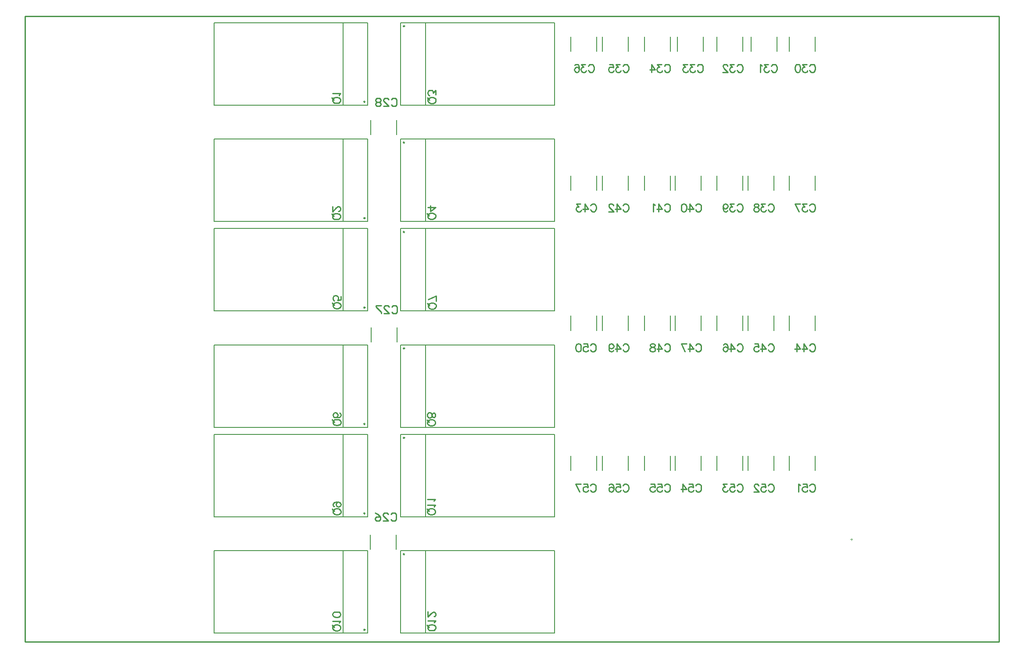
<source format=gbo>
G04 Layer_Color=32896*
%FSLAX44Y44*%
%MOMM*%
G71*
G01*
G75*
%ADD13C,0.2540*%
%ADD18C,0.1000*%
%ADD33C,0.2000*%
%ADD51C,0.2500*%
D13*
X1090917Y301109D02*
X1091642Y302560D01*
X1093093Y304011D01*
X1094544Y304737D01*
X1097447D01*
X1098898Y304011D01*
X1100349Y302560D01*
X1101075Y301109D01*
X1101800Y298932D01*
Y295304D01*
X1101075Y293128D01*
X1100349Y291677D01*
X1098898Y290226D01*
X1097447Y289500D01*
X1094544D01*
X1093093Y290226D01*
X1091642Y291677D01*
X1090917Y293128D01*
X1077929Y304737D02*
X1085185D01*
X1085910Y298207D01*
X1085185Y298932D01*
X1083008Y299658D01*
X1080831D01*
X1078655Y298932D01*
X1077204Y297481D01*
X1076478Y295304D01*
Y293853D01*
X1077204Y291677D01*
X1078655Y290226D01*
X1080831Y289500D01*
X1083008D01*
X1085185Y290226D01*
X1085910Y290951D01*
X1086636Y292402D01*
X1062910Y304737D02*
X1070166Y289500D01*
X1073068Y304737D02*
X1062910D01*
X1153701Y301109D02*
X1154426Y302560D01*
X1155878Y304011D01*
X1157329Y304737D01*
X1160231D01*
X1161682Y304011D01*
X1163133Y302560D01*
X1163859Y301109D01*
X1164584Y298932D01*
Y295305D01*
X1163859Y293128D01*
X1163133Y291677D01*
X1161682Y290226D01*
X1160231Y289500D01*
X1157329D01*
X1155878Y290226D01*
X1154426Y291677D01*
X1153701Y293128D01*
X1140713Y304737D02*
X1147969D01*
X1148695Y298207D01*
X1147969Y298932D01*
X1145792Y299658D01*
X1143616D01*
X1141439Y298932D01*
X1139988Y297481D01*
X1139262Y295305D01*
Y293853D01*
X1139988Y291677D01*
X1141439Y290226D01*
X1143616Y289500D01*
X1145792D01*
X1147969Y290226D01*
X1148695Y290951D01*
X1149420Y292402D01*
X1127145Y302560D02*
X1127871Y304011D01*
X1130048Y304737D01*
X1131499D01*
X1133676Y304011D01*
X1135127Y301835D01*
X1135852Y298207D01*
Y294579D01*
X1135127Y291677D01*
X1133676Y290226D01*
X1131499Y289500D01*
X1130773D01*
X1128596Y290226D01*
X1127145Y291677D01*
X1126420Y293853D01*
Y294579D01*
X1127145Y296756D01*
X1128596Y298207D01*
X1130773Y298932D01*
X1131499D01*
X1133676Y298207D01*
X1135127Y296756D01*
X1135852Y294579D01*
X1233957Y301109D02*
X1234682Y302560D01*
X1236133Y304011D01*
X1237585Y304737D01*
X1240487D01*
X1241938Y304011D01*
X1243389Y302560D01*
X1244115Y301109D01*
X1244840Y298932D01*
Y295305D01*
X1244115Y293128D01*
X1243389Y291677D01*
X1241938Y290226D01*
X1240487Y289500D01*
X1237585D01*
X1236133Y290226D01*
X1234682Y291677D01*
X1233957Y293128D01*
X1220969Y304737D02*
X1228225D01*
X1228951Y298207D01*
X1228225Y298932D01*
X1226048Y299658D01*
X1223872D01*
X1221695Y298932D01*
X1220244Y297481D01*
X1219518Y295305D01*
Y293853D01*
X1220244Y291677D01*
X1221695Y290226D01*
X1223872Y289500D01*
X1226048D01*
X1228225Y290226D01*
X1228951Y290951D01*
X1229676Y292402D01*
X1207401Y304737D02*
X1214657D01*
X1215383Y298207D01*
X1214657Y298932D01*
X1212480Y299658D01*
X1210304D01*
X1208127Y298932D01*
X1206676Y297481D01*
X1205950Y295305D01*
Y293853D01*
X1206676Y291677D01*
X1208127Y290226D01*
X1210304Y289500D01*
X1212480D01*
X1214657Y290226D01*
X1215383Y290951D01*
X1216108Y292402D01*
X1294155Y301109D02*
X1294880Y302560D01*
X1296331Y304011D01*
X1297783Y304737D01*
X1300685D01*
X1302136Y304011D01*
X1303587Y302560D01*
X1304313Y301109D01*
X1305038Y298932D01*
Y295305D01*
X1304313Y293128D01*
X1303587Y291677D01*
X1302136Y290226D01*
X1300685Y289500D01*
X1297783D01*
X1296331Y290226D01*
X1294880Y291677D01*
X1294155Y293128D01*
X1281167Y304737D02*
X1288423D01*
X1289149Y298207D01*
X1288423Y298932D01*
X1286246Y299658D01*
X1284070D01*
X1281893Y298932D01*
X1280442Y297481D01*
X1279716Y295305D01*
Y293853D01*
X1280442Y291677D01*
X1281893Y290226D01*
X1284070Y289500D01*
X1286246D01*
X1288423Y290226D01*
X1289149Y290951D01*
X1289874Y292402D01*
X1269051Y304737D02*
X1276306Y294579D01*
X1265423D01*
X1269051Y304737D02*
Y289500D01*
X1374165Y301109D02*
X1374890Y302560D01*
X1376342Y304011D01*
X1377793Y304737D01*
X1380695D01*
X1382146Y304011D01*
X1383597Y302560D01*
X1384323Y301109D01*
X1385048Y298932D01*
Y295305D01*
X1384323Y293128D01*
X1383597Y291677D01*
X1382146Y290226D01*
X1380695Y289500D01*
X1377793D01*
X1376342Y290226D01*
X1374890Y291677D01*
X1374165Y293128D01*
X1361177Y304737D02*
X1368433D01*
X1369158Y298207D01*
X1368433Y298932D01*
X1366256Y299658D01*
X1364080D01*
X1361903Y298932D01*
X1360452Y297481D01*
X1359726Y295305D01*
Y293853D01*
X1360452Y291677D01*
X1361903Y290226D01*
X1364080Y289500D01*
X1366256D01*
X1368433Y290226D01*
X1369158Y290951D01*
X1369884Y292402D01*
X1354865Y304737D02*
X1346884D01*
X1351237Y298932D01*
X1349061D01*
X1347609Y298207D01*
X1346884Y297481D01*
X1346158Y295305D01*
Y293853D01*
X1346884Y291677D01*
X1348335Y290226D01*
X1350512Y289500D01*
X1352688D01*
X1354865Y290226D01*
X1355591Y290951D01*
X1356316Y292402D01*
X1434109Y301109D02*
X1434834Y302560D01*
X1436286Y304011D01*
X1437737Y304737D01*
X1440639D01*
X1442090Y304011D01*
X1443541Y302560D01*
X1444267Y301109D01*
X1444992Y298932D01*
Y295305D01*
X1444267Y293128D01*
X1443541Y291677D01*
X1442090Y290226D01*
X1440639Y289500D01*
X1437737D01*
X1436286Y290226D01*
X1434834Y291677D01*
X1434109Y293128D01*
X1421121Y304737D02*
X1428377D01*
X1429102Y298207D01*
X1428377Y298932D01*
X1426200Y299658D01*
X1424024D01*
X1421847Y298932D01*
X1420396Y297481D01*
X1419670Y295305D01*
Y293853D01*
X1420396Y291677D01*
X1421847Y290226D01*
X1424024Y289500D01*
X1426200D01*
X1428377Y290226D01*
X1429102Y290951D01*
X1429828Y292402D01*
X1415535Y301109D02*
Y301835D01*
X1414809Y303286D01*
X1414084Y304011D01*
X1412632Y304737D01*
X1409730D01*
X1408279Y304011D01*
X1407553Y303286D01*
X1406828Y301835D01*
Y300383D01*
X1407553Y298932D01*
X1409005Y296756D01*
X1416260Y289500D01*
X1406102D01*
X1514119Y301109D02*
X1514844Y302560D01*
X1516295Y304011D01*
X1517747Y304737D01*
X1520649D01*
X1522100Y304011D01*
X1523551Y302560D01*
X1524277Y301109D01*
X1525002Y298932D01*
Y295305D01*
X1524277Y293128D01*
X1523551Y291677D01*
X1522100Y290226D01*
X1520649Y289500D01*
X1517747D01*
X1516295Y290226D01*
X1514844Y291677D01*
X1514119Y293128D01*
X1501131Y304737D02*
X1508387D01*
X1509113Y298207D01*
X1508387Y298932D01*
X1506210Y299658D01*
X1504034D01*
X1501857Y298932D01*
X1500406Y297481D01*
X1499680Y295305D01*
Y293853D01*
X1500406Y291677D01*
X1501857Y290226D01*
X1504034Y289500D01*
X1506210D01*
X1508387Y290226D01*
X1509113Y290951D01*
X1509838Y292402D01*
X1496270Y301835D02*
X1494819Y302560D01*
X1492642Y304737D01*
Y289500D01*
X1090917Y571909D02*
X1091642Y573360D01*
X1093093Y574811D01*
X1094544Y575537D01*
X1097447D01*
X1098898Y574811D01*
X1100349Y573360D01*
X1101075Y571909D01*
X1101800Y569732D01*
Y566105D01*
X1101075Y563928D01*
X1100349Y562477D01*
X1098898Y561026D01*
X1097447Y560300D01*
X1094544D01*
X1093093Y561026D01*
X1091642Y562477D01*
X1090917Y563928D01*
X1077929Y575537D02*
X1085185D01*
X1085910Y569007D01*
X1085185Y569732D01*
X1083008Y570458D01*
X1080831D01*
X1078655Y569732D01*
X1077204Y568281D01*
X1076478Y566105D01*
Y564653D01*
X1077204Y562477D01*
X1078655Y561026D01*
X1080831Y560300D01*
X1083008D01*
X1085185Y561026D01*
X1085910Y561751D01*
X1086636Y563202D01*
X1068715Y575537D02*
X1070891Y574811D01*
X1072342Y572635D01*
X1073068Y569007D01*
Y566830D01*
X1072342Y563202D01*
X1070891Y561026D01*
X1068715Y560300D01*
X1067263D01*
X1065087Y561026D01*
X1063636Y563202D01*
X1062910Y566830D01*
Y569007D01*
X1063636Y572635D01*
X1065087Y574811D01*
X1067263Y575537D01*
X1068715D01*
X1153701Y571909D02*
X1154426Y573360D01*
X1155878Y574811D01*
X1157329Y575537D01*
X1160231D01*
X1161682Y574811D01*
X1163133Y573360D01*
X1163859Y571909D01*
X1164584Y569732D01*
Y566105D01*
X1163859Y563928D01*
X1163133Y562477D01*
X1161682Y561026D01*
X1160231Y560300D01*
X1157329D01*
X1155878Y561026D01*
X1154426Y562477D01*
X1153701Y563928D01*
X1142165Y575537D02*
X1149420Y565379D01*
X1138537D01*
X1142165Y575537D02*
Y560300D01*
X1126420Y570458D02*
X1127145Y568281D01*
X1128596Y566830D01*
X1130773Y566105D01*
X1131499D01*
X1133676Y566830D01*
X1135127Y568281D01*
X1135852Y570458D01*
Y571183D01*
X1135127Y573360D01*
X1133676Y574811D01*
X1131499Y575537D01*
X1130773D01*
X1128596Y574811D01*
X1127145Y573360D01*
X1126420Y570458D01*
Y566830D01*
X1127145Y563202D01*
X1128596Y561026D01*
X1130773Y560300D01*
X1132224D01*
X1134401Y561026D01*
X1135127Y562477D01*
X1233957Y571909D02*
X1234682Y573360D01*
X1236133Y574811D01*
X1237585Y575537D01*
X1240487D01*
X1241938Y574811D01*
X1243389Y573360D01*
X1244115Y571909D01*
X1244840Y569732D01*
Y566105D01*
X1244115Y563928D01*
X1243389Y562477D01*
X1241938Y561026D01*
X1240487Y560300D01*
X1237585D01*
X1236133Y561026D01*
X1234682Y562477D01*
X1233957Y563928D01*
X1222421Y575537D02*
X1229676Y565379D01*
X1218793D01*
X1222421Y575537D02*
Y560300D01*
X1212480Y575537D02*
X1214657Y574811D01*
X1215383Y573360D01*
Y571909D01*
X1214657Y570458D01*
X1213206Y569732D01*
X1210304Y569007D01*
X1208127Y568281D01*
X1206676Y566830D01*
X1205950Y565379D01*
Y563202D01*
X1206676Y561751D01*
X1207401Y561026D01*
X1209578Y560300D01*
X1212480D01*
X1214657Y561026D01*
X1215383Y561751D01*
X1216108Y563202D01*
Y565379D01*
X1215383Y566830D01*
X1213932Y568281D01*
X1211755Y569007D01*
X1208852Y569732D01*
X1207401Y570458D01*
X1206676Y571909D01*
Y573360D01*
X1207401Y574811D01*
X1209578Y575537D01*
X1212480D01*
X1294155Y571909D02*
X1294880Y573360D01*
X1296331Y574811D01*
X1297783Y575537D01*
X1300685D01*
X1302136Y574811D01*
X1303587Y573360D01*
X1304313Y571909D01*
X1305038Y569732D01*
Y566105D01*
X1304313Y563928D01*
X1303587Y562477D01*
X1302136Y561026D01*
X1300685Y560300D01*
X1297783D01*
X1296331Y561026D01*
X1294880Y562477D01*
X1294155Y563928D01*
X1282619Y575537D02*
X1289874Y565379D01*
X1278991D01*
X1282619Y575537D02*
Y560300D01*
X1266148Y575537D02*
X1273404Y560300D01*
X1276306Y575537D02*
X1266148D01*
X1374165Y571909D02*
X1374890Y573360D01*
X1376342Y574811D01*
X1377793Y575537D01*
X1380695D01*
X1382146Y574811D01*
X1383597Y573360D01*
X1384323Y571909D01*
X1385048Y569732D01*
Y566105D01*
X1384323Y563928D01*
X1383597Y562477D01*
X1382146Y561026D01*
X1380695Y560300D01*
X1377793D01*
X1376342Y561026D01*
X1374890Y562477D01*
X1374165Y563928D01*
X1362628Y575537D02*
X1369884Y565379D01*
X1359001D01*
X1362628Y575537D02*
Y560300D01*
X1347609Y573360D02*
X1348335Y574811D01*
X1350512Y575537D01*
X1351963D01*
X1354140Y574811D01*
X1355591Y572635D01*
X1356316Y569007D01*
Y565379D01*
X1355591Y562477D01*
X1354140Y561026D01*
X1351963Y560300D01*
X1351237D01*
X1349061Y561026D01*
X1347609Y562477D01*
X1346884Y564653D01*
Y565379D01*
X1347609Y567556D01*
X1349061Y569007D01*
X1351237Y569732D01*
X1351963D01*
X1354140Y569007D01*
X1355591Y567556D01*
X1356316Y565379D01*
X1514119Y571909D02*
X1514844Y573360D01*
X1516295Y574811D01*
X1517747Y575537D01*
X1520649D01*
X1522100Y574811D01*
X1523551Y573360D01*
X1524277Y571909D01*
X1525002Y569732D01*
Y566105D01*
X1524277Y563928D01*
X1523551Y562477D01*
X1522100Y561026D01*
X1520649Y560300D01*
X1517747D01*
X1516295Y561026D01*
X1514844Y562477D01*
X1514119Y563928D01*
X1502583Y575537D02*
X1509838Y565379D01*
X1498955D01*
X1502583Y575537D02*
Y560300D01*
X1489014Y575537D02*
X1496270Y565379D01*
X1485387D01*
X1489014Y575537D02*
Y560300D01*
X1091517Y842209D02*
X1092242Y843660D01*
X1093693Y845111D01*
X1095144Y845837D01*
X1098047D01*
X1099498Y845111D01*
X1100949Y843660D01*
X1101674Y842209D01*
X1102400Y840032D01*
Y836404D01*
X1101674Y834228D01*
X1100949Y832777D01*
X1099498Y831326D01*
X1098047Y830600D01*
X1095144D01*
X1093693Y831326D01*
X1092242Y832777D01*
X1091517Y834228D01*
X1079980Y845837D02*
X1087236Y835679D01*
X1076352D01*
X1079980Y845837D02*
Y830600D01*
X1072217Y845837D02*
X1064236D01*
X1068589Y840032D01*
X1066412D01*
X1064961Y839307D01*
X1064236Y838581D01*
X1063510Y836404D01*
Y834953D01*
X1064236Y832777D01*
X1065687Y831326D01*
X1067863Y830600D01*
X1070040D01*
X1072217Y831326D01*
X1072942Y832051D01*
X1073668Y833502D01*
X1153701Y842209D02*
X1154426Y843660D01*
X1155878Y845111D01*
X1157329Y845837D01*
X1160231D01*
X1161682Y845111D01*
X1163133Y843660D01*
X1163859Y842209D01*
X1164584Y840032D01*
Y836404D01*
X1163859Y834228D01*
X1163133Y832777D01*
X1161682Y831326D01*
X1160231Y830600D01*
X1157329D01*
X1155878Y831326D01*
X1154426Y832777D01*
X1153701Y834228D01*
X1142165Y845837D02*
X1149420Y835679D01*
X1138537D01*
X1142165Y845837D02*
Y830600D01*
X1135127Y842209D02*
Y842934D01*
X1134401Y844386D01*
X1133676Y845111D01*
X1132224Y845837D01*
X1129322D01*
X1127871Y845111D01*
X1127145Y844386D01*
X1126420Y842934D01*
Y841483D01*
X1127145Y840032D01*
X1128596Y837856D01*
X1135852Y830600D01*
X1125694D01*
X1233957Y842209D02*
X1234682Y843660D01*
X1236133Y845111D01*
X1237585Y845837D01*
X1240487D01*
X1241938Y845111D01*
X1243389Y843660D01*
X1244115Y842209D01*
X1244840Y840032D01*
Y836404D01*
X1244115Y834228D01*
X1243389Y832777D01*
X1241938Y831326D01*
X1240487Y830600D01*
X1237585D01*
X1236133Y831326D01*
X1234682Y832777D01*
X1233957Y834228D01*
X1222421Y845837D02*
X1229676Y835679D01*
X1218793D01*
X1222421Y845837D02*
Y830600D01*
X1216108Y842934D02*
X1214657Y843660D01*
X1212480Y845837D01*
Y830600D01*
X1294155Y842209D02*
X1294880Y843660D01*
X1296331Y845111D01*
X1297783Y845837D01*
X1300685D01*
X1302136Y845111D01*
X1303587Y843660D01*
X1304313Y842209D01*
X1305038Y840032D01*
Y836404D01*
X1304313Y834228D01*
X1303587Y832777D01*
X1302136Y831326D01*
X1300685Y830600D01*
X1297783D01*
X1296331Y831326D01*
X1294880Y832777D01*
X1294155Y834228D01*
X1282619Y845837D02*
X1289874Y835679D01*
X1278991D01*
X1282619Y845837D02*
Y830600D01*
X1271953Y845837D02*
X1274129Y845111D01*
X1275581Y842934D01*
X1276306Y839307D01*
Y837130D01*
X1275581Y833502D01*
X1274129Y831326D01*
X1271953Y830600D01*
X1270502D01*
X1268325Y831326D01*
X1266874Y833502D01*
X1266148Y837130D01*
Y839307D01*
X1266874Y842934D01*
X1268325Y845111D01*
X1270502Y845837D01*
X1271953D01*
X1374165Y842209D02*
X1374890Y843660D01*
X1376342Y845111D01*
X1377793Y845837D01*
X1380695D01*
X1382146Y845111D01*
X1383597Y843660D01*
X1384323Y842209D01*
X1385048Y840032D01*
Y836404D01*
X1384323Y834228D01*
X1383597Y832777D01*
X1382146Y831326D01*
X1380695Y830600D01*
X1377793D01*
X1376342Y831326D01*
X1374890Y832777D01*
X1374165Y834228D01*
X1368433Y845837D02*
X1360452D01*
X1364805Y840032D01*
X1362628D01*
X1361177Y839307D01*
X1360452Y838581D01*
X1359726Y836404D01*
Y834953D01*
X1360452Y832777D01*
X1361903Y831326D01*
X1364080Y830600D01*
X1366256D01*
X1368433Y831326D01*
X1369158Y832051D01*
X1369884Y833502D01*
X1346884Y840758D02*
X1347609Y838581D01*
X1349061Y837130D01*
X1351237Y836404D01*
X1351963D01*
X1354140Y837130D01*
X1355591Y838581D01*
X1356316Y840758D01*
Y841483D01*
X1355591Y843660D01*
X1354140Y845111D01*
X1351963Y845837D01*
X1351237D01*
X1349061Y845111D01*
X1347609Y843660D01*
X1346884Y840758D01*
Y837130D01*
X1347609Y833502D01*
X1349061Y831326D01*
X1351237Y830600D01*
X1352688D01*
X1354865Y831326D01*
X1355591Y832777D01*
X1434109Y842209D02*
X1434834Y843660D01*
X1436286Y845111D01*
X1437737Y845837D01*
X1440639D01*
X1442090Y845111D01*
X1443541Y843660D01*
X1444267Y842209D01*
X1444992Y840032D01*
Y836404D01*
X1444267Y834228D01*
X1443541Y832777D01*
X1442090Y831326D01*
X1440639Y830600D01*
X1437737D01*
X1436286Y831326D01*
X1434834Y832777D01*
X1434109Y834228D01*
X1428377Y845837D02*
X1420396D01*
X1424749Y840032D01*
X1422572D01*
X1421121Y839307D01*
X1420396Y838581D01*
X1419670Y836404D01*
Y834953D01*
X1420396Y832777D01*
X1421847Y831326D01*
X1424024Y830600D01*
X1426200D01*
X1428377Y831326D01*
X1429102Y832051D01*
X1429828Y833502D01*
X1412632Y845837D02*
X1414809Y845111D01*
X1415535Y843660D01*
Y842209D01*
X1414809Y840758D01*
X1413358Y840032D01*
X1410456Y839307D01*
X1408279Y838581D01*
X1406828Y837130D01*
X1406102Y835679D01*
Y833502D01*
X1406828Y832051D01*
X1407553Y831326D01*
X1409730Y830600D01*
X1412632D01*
X1414809Y831326D01*
X1415535Y832051D01*
X1416260Y833502D01*
Y835679D01*
X1415535Y837130D01*
X1414084Y838581D01*
X1411907Y839307D01*
X1409005Y840032D01*
X1407553Y840758D01*
X1406828Y842209D01*
Y843660D01*
X1407553Y845111D01*
X1409730Y845837D01*
X1412632D01*
X1514119Y842209D02*
X1514844Y843660D01*
X1516295Y845111D01*
X1517747Y845837D01*
X1520649D01*
X1522100Y845111D01*
X1523551Y843660D01*
X1524277Y842209D01*
X1525002Y840032D01*
Y836404D01*
X1524277Y834228D01*
X1523551Y832777D01*
X1522100Y831326D01*
X1520649Y830600D01*
X1517747D01*
X1516295Y831326D01*
X1514844Y832777D01*
X1514119Y834228D01*
X1508387Y845837D02*
X1500406D01*
X1504759Y840032D01*
X1502583D01*
X1501131Y839307D01*
X1500406Y838581D01*
X1499680Y836404D01*
Y834953D01*
X1500406Y832777D01*
X1501857Y831326D01*
X1504034Y830600D01*
X1506210D01*
X1508387Y831326D01*
X1509113Y832051D01*
X1509838Y833502D01*
X1486112Y845837D02*
X1493368Y830600D01*
X1496270Y845837D02*
X1486112D01*
X1087217Y1111609D02*
X1087942Y1113060D01*
X1089393Y1114511D01*
X1090844Y1115237D01*
X1093747D01*
X1095198Y1114511D01*
X1096649Y1113060D01*
X1097374Y1111609D01*
X1098100Y1109432D01*
Y1105805D01*
X1097374Y1103628D01*
X1096649Y1102177D01*
X1095198Y1100726D01*
X1093747Y1100000D01*
X1090844D01*
X1089393Y1100726D01*
X1087942Y1102177D01*
X1087217Y1103628D01*
X1081485Y1115237D02*
X1073503D01*
X1077857Y1109432D01*
X1075680D01*
X1074229Y1108707D01*
X1073503Y1107981D01*
X1072778Y1105805D01*
Y1104353D01*
X1073503Y1102177D01*
X1074955Y1100726D01*
X1077131Y1100000D01*
X1079308D01*
X1081485Y1100726D01*
X1082210Y1101451D01*
X1082936Y1102902D01*
X1060661Y1113060D02*
X1061387Y1114511D01*
X1063563Y1115237D01*
X1065014D01*
X1067191Y1114511D01*
X1068642Y1112335D01*
X1069368Y1108707D01*
Y1105079D01*
X1068642Y1102177D01*
X1067191Y1100726D01*
X1065014Y1100000D01*
X1064289D01*
X1062112Y1100726D01*
X1060661Y1102177D01*
X1059936Y1104353D01*
Y1105079D01*
X1060661Y1107256D01*
X1062112Y1108707D01*
X1064289Y1109432D01*
X1065014D01*
X1067191Y1108707D01*
X1068642Y1107256D01*
X1069368Y1105079D01*
X1153917Y1111609D02*
X1154642Y1113060D01*
X1156093Y1114511D01*
X1157544Y1115237D01*
X1160447D01*
X1161898Y1114511D01*
X1163349Y1113060D01*
X1164074Y1111609D01*
X1164800Y1109432D01*
Y1105805D01*
X1164074Y1103628D01*
X1163349Y1102177D01*
X1161898Y1100726D01*
X1160447Y1100000D01*
X1157544D01*
X1156093Y1100726D01*
X1154642Y1102177D01*
X1153917Y1103628D01*
X1148185Y1115237D02*
X1140204D01*
X1144557Y1109432D01*
X1142380D01*
X1140929Y1108707D01*
X1140204Y1107981D01*
X1139478Y1105805D01*
Y1104353D01*
X1140204Y1102177D01*
X1141655Y1100726D01*
X1143831Y1100000D01*
X1146008D01*
X1148185Y1100726D01*
X1148910Y1101451D01*
X1149636Y1102902D01*
X1127361Y1115237D02*
X1134617D01*
X1135342Y1108707D01*
X1134617Y1109432D01*
X1132440Y1110158D01*
X1130263D01*
X1128087Y1109432D01*
X1126636Y1107981D01*
X1125910Y1105805D01*
Y1104353D01*
X1126636Y1102177D01*
X1128087Y1100726D01*
X1130263Y1100000D01*
X1132440D01*
X1134617Y1100726D01*
X1135342Y1101451D01*
X1136068Y1102902D01*
X1233957Y1111609D02*
X1234682Y1113060D01*
X1236133Y1114511D01*
X1237585Y1115237D01*
X1240487D01*
X1241938Y1114511D01*
X1243389Y1113060D01*
X1244115Y1111609D01*
X1244840Y1109432D01*
Y1105805D01*
X1244115Y1103628D01*
X1243389Y1102177D01*
X1241938Y1100726D01*
X1240487Y1100000D01*
X1237585D01*
X1236133Y1100726D01*
X1234682Y1102177D01*
X1233957Y1103628D01*
X1228225Y1115237D02*
X1220244D01*
X1224597Y1109432D01*
X1222421D01*
X1220969Y1108707D01*
X1220244Y1107981D01*
X1219518Y1105805D01*
Y1104353D01*
X1220244Y1102177D01*
X1221695Y1100726D01*
X1223872Y1100000D01*
X1226048D01*
X1228225Y1100726D01*
X1228951Y1101451D01*
X1229676Y1102902D01*
X1208852Y1115237D02*
X1216108Y1105079D01*
X1205225D01*
X1208852Y1115237D02*
Y1100000D01*
X1297457Y1111609D02*
X1298182Y1113060D01*
X1299633Y1114511D01*
X1301085Y1115237D01*
X1303987D01*
X1305438Y1114511D01*
X1306889Y1113060D01*
X1307615Y1111609D01*
X1308340Y1109432D01*
Y1105805D01*
X1307615Y1103628D01*
X1306889Y1102177D01*
X1305438Y1100726D01*
X1303987Y1100000D01*
X1301085D01*
X1299633Y1100726D01*
X1298182Y1102177D01*
X1297457Y1103628D01*
X1291725Y1115237D02*
X1283744D01*
X1288097Y1109432D01*
X1285921D01*
X1284469Y1108707D01*
X1283744Y1107981D01*
X1283018Y1105805D01*
Y1104353D01*
X1283744Y1102177D01*
X1285195Y1100726D01*
X1287372Y1100000D01*
X1289548D01*
X1291725Y1100726D01*
X1292451Y1101451D01*
X1293176Y1102902D01*
X1278157Y1115237D02*
X1270176D01*
X1274529Y1109432D01*
X1272353D01*
X1270901Y1108707D01*
X1270176Y1107981D01*
X1269450Y1105805D01*
Y1104353D01*
X1270176Y1102177D01*
X1271627Y1100726D01*
X1273804Y1100000D01*
X1275980D01*
X1278157Y1100726D01*
X1278883Y1101451D01*
X1279608Y1102902D01*
X1374165Y1111609D02*
X1374890Y1113060D01*
X1376342Y1114511D01*
X1377793Y1115237D01*
X1380695D01*
X1382146Y1114511D01*
X1383597Y1113060D01*
X1384323Y1111609D01*
X1385048Y1109432D01*
Y1105805D01*
X1384323Y1103628D01*
X1383597Y1102177D01*
X1382146Y1100726D01*
X1380695Y1100000D01*
X1377793D01*
X1376342Y1100726D01*
X1374890Y1102177D01*
X1374165Y1103628D01*
X1368433Y1115237D02*
X1360452D01*
X1364805Y1109432D01*
X1362628D01*
X1361177Y1108707D01*
X1360452Y1107981D01*
X1359726Y1105805D01*
Y1104353D01*
X1360452Y1102177D01*
X1361903Y1100726D01*
X1364080Y1100000D01*
X1366256D01*
X1368433Y1100726D01*
X1369158Y1101451D01*
X1369884Y1102902D01*
X1355591Y1111609D02*
Y1112335D01*
X1354865Y1113786D01*
X1354140Y1114511D01*
X1352688Y1115237D01*
X1349786D01*
X1348335Y1114511D01*
X1347609Y1113786D01*
X1346884Y1112335D01*
Y1110883D01*
X1347609Y1109432D01*
X1349061Y1107256D01*
X1356316Y1100000D01*
X1346158D01*
X1440205Y1111609D02*
X1440930Y1113060D01*
X1442381Y1114511D01*
X1443833Y1115237D01*
X1446735D01*
X1448186Y1114511D01*
X1449637Y1113060D01*
X1450363Y1111609D01*
X1451088Y1109432D01*
Y1105805D01*
X1450363Y1103628D01*
X1449637Y1102177D01*
X1448186Y1100726D01*
X1446735Y1100000D01*
X1443833D01*
X1442381Y1100726D01*
X1440930Y1102177D01*
X1440205Y1103628D01*
X1434473Y1115237D02*
X1426492D01*
X1430845Y1109432D01*
X1428669D01*
X1427217Y1108707D01*
X1426492Y1107981D01*
X1425766Y1105805D01*
Y1104353D01*
X1426492Y1102177D01*
X1427943Y1100726D01*
X1430120Y1100000D01*
X1432296D01*
X1434473Y1100726D01*
X1435199Y1101451D01*
X1435924Y1102902D01*
X1422356Y1112335D02*
X1420905Y1113060D01*
X1418728Y1115237D01*
Y1100000D01*
X1514119Y1111609D02*
X1514844Y1113060D01*
X1516295Y1114511D01*
X1517747Y1115237D01*
X1520649D01*
X1522100Y1114511D01*
X1523551Y1113060D01*
X1524277Y1111609D01*
X1525002Y1109432D01*
Y1105805D01*
X1524277Y1103628D01*
X1523551Y1102177D01*
X1522100Y1100726D01*
X1520649Y1100000D01*
X1517747D01*
X1516295Y1100726D01*
X1514844Y1102177D01*
X1514119Y1103628D01*
X1508387Y1115237D02*
X1500406D01*
X1504759Y1109432D01*
X1502583D01*
X1501131Y1108707D01*
X1500406Y1107981D01*
X1499680Y1105805D01*
Y1104353D01*
X1500406Y1102177D01*
X1501857Y1100726D01*
X1504034Y1100000D01*
X1506210D01*
X1508387Y1100726D01*
X1509113Y1101451D01*
X1509838Y1102902D01*
X1491917Y1115237D02*
X1494093Y1114511D01*
X1495545Y1112335D01*
X1496270Y1108707D01*
Y1106530D01*
X1495545Y1102902D01*
X1494093Y1100726D01*
X1491917Y1100000D01*
X1490466D01*
X1488289Y1100726D01*
X1486838Y1102902D01*
X1486112Y1106530D01*
Y1108707D01*
X1486838Y1112335D01*
X1488289Y1114511D01*
X1490466Y1115237D01*
X1491917D01*
X1434109Y571909D02*
X1434834Y573360D01*
X1436286Y574811D01*
X1437737Y575537D01*
X1440639D01*
X1442090Y574811D01*
X1443541Y573360D01*
X1444267Y571909D01*
X1444992Y569732D01*
Y566105D01*
X1444267Y563928D01*
X1443541Y562477D01*
X1442090Y561026D01*
X1440639Y560300D01*
X1437737D01*
X1436286Y561026D01*
X1434834Y562477D01*
X1434109Y563928D01*
X1422572Y575537D02*
X1429828Y565379D01*
X1418945D01*
X1422572Y575537D02*
Y560300D01*
X1407553Y575537D02*
X1414809D01*
X1415535Y569007D01*
X1414809Y569732D01*
X1412632Y570458D01*
X1410456D01*
X1408279Y569732D01*
X1406828Y568281D01*
X1406102Y566105D01*
Y564653D01*
X1406828Y562477D01*
X1408279Y561026D01*
X1410456Y560300D01*
X1412632D01*
X1414809Y561026D01*
X1415535Y561751D01*
X1416260Y563202D01*
X608637Y1044353D02*
X607911Y1042902D01*
X606460Y1041451D01*
X605009Y1040726D01*
X602832Y1040000D01*
X599204D01*
X597028Y1040726D01*
X595577Y1041451D01*
X594126Y1042902D01*
X593400Y1044353D01*
Y1047256D01*
X594126Y1048707D01*
X595577Y1050158D01*
X597028Y1050883D01*
X599204Y1051609D01*
X602832D01*
X605009Y1050883D01*
X606460Y1050158D01*
X607911Y1048707D01*
X608637Y1047256D01*
Y1044353D01*
X596302Y1046530D02*
X591949Y1050883D01*
X605734Y1055164D02*
X606460Y1056615D01*
X608637Y1058792D01*
X593400D01*
X608337Y819953D02*
X607611Y818502D01*
X606160Y817051D01*
X604709Y816326D01*
X602532Y815600D01*
X598904D01*
X596728Y816326D01*
X595277Y817051D01*
X593825Y818502D01*
X593100Y819953D01*
Y822856D01*
X593825Y824307D01*
X595277Y825758D01*
X596728Y826483D01*
X598904Y827209D01*
X602532D01*
X604709Y826483D01*
X606160Y825758D01*
X607611Y824307D01*
X608337Y822856D01*
Y819953D01*
X596002Y822130D02*
X591649Y826483D01*
X604709Y831490D02*
X605434D01*
X606886Y832215D01*
X607611Y832941D01*
X608337Y834392D01*
Y837294D01*
X607611Y838745D01*
X606886Y839471D01*
X605434Y840196D01*
X603983D01*
X602532Y839471D01*
X600356Y838020D01*
X593100Y830764D01*
Y840922D01*
X609237Y647753D02*
X608511Y646302D01*
X607060Y644851D01*
X605609Y644126D01*
X603432Y643400D01*
X599804D01*
X597628Y644126D01*
X596177Y644851D01*
X594725Y646302D01*
X594000Y647753D01*
Y650656D01*
X594725Y652107D01*
X596177Y653558D01*
X597628Y654283D01*
X599804Y655009D01*
X603432D01*
X605609Y654283D01*
X607060Y653558D01*
X608511Y652107D01*
X609237Y650656D01*
Y647753D01*
X596902Y649930D02*
X592549Y654283D01*
X609237Y667271D02*
Y660015D01*
X602707Y659290D01*
X603432Y660015D01*
X604158Y662192D01*
Y664369D01*
X603432Y666545D01*
X601981Y667997D01*
X599804Y668722D01*
X598353D01*
X596177Y667997D01*
X594725Y666545D01*
X594000Y664369D01*
Y662192D01*
X594725Y660015D01*
X595451Y659290D01*
X596902Y658564D01*
X609237Y422153D02*
X608511Y420702D01*
X607060Y419251D01*
X605609Y418526D01*
X603432Y417800D01*
X599804D01*
X597628Y418526D01*
X596177Y419251D01*
X594725Y420702D01*
X594000Y422153D01*
Y425056D01*
X594725Y426507D01*
X596177Y427958D01*
X597628Y428683D01*
X599804Y429409D01*
X603432D01*
X605609Y428683D01*
X607060Y427958D01*
X608511Y426507D01*
X609237Y425056D01*
Y422153D01*
X596902Y424330D02*
X592549Y428683D01*
X607060Y441671D02*
X608511Y440945D01*
X609237Y438769D01*
Y437318D01*
X608511Y435141D01*
X606334Y433690D01*
X602707Y432964D01*
X599079D01*
X596177Y433690D01*
X594725Y435141D01*
X594000Y437318D01*
Y438043D01*
X594725Y440220D01*
X596177Y441671D01*
X598353Y442396D01*
X599079D01*
X601256Y441671D01*
X602707Y440220D01*
X603432Y438043D01*
Y437318D01*
X602707Y435141D01*
X601256Y433690D01*
X599079Y432964D01*
X609537Y249553D02*
X608811Y248102D01*
X607360Y246651D01*
X605909Y245926D01*
X603732Y245200D01*
X600104D01*
X597928Y245926D01*
X596477Y246651D01*
X595025Y248102D01*
X594300Y249553D01*
Y252456D01*
X595025Y253907D01*
X596477Y255358D01*
X597928Y256083D01*
X600104Y256809D01*
X603732D01*
X605909Y256083D01*
X607360Y255358D01*
X608811Y253907D01*
X609537Y252456D01*
Y249553D01*
X597202Y251730D02*
X592849Y256083D01*
X604458Y269796D02*
X602281Y269071D01*
X600830Y267620D01*
X600104Y265443D01*
Y264718D01*
X600830Y262541D01*
X602281Y261090D01*
X604458Y260364D01*
X605183D01*
X607360Y261090D01*
X608811Y262541D01*
X609537Y264718D01*
Y265443D01*
X608811Y267620D01*
X607360Y269071D01*
X604458Y269796D01*
X600830D01*
X597202Y269071D01*
X595025Y267620D01*
X594300Y265443D01*
Y263992D01*
X595025Y261815D01*
X596477Y261090D01*
X608937Y25553D02*
X608211Y24102D01*
X606760Y22651D01*
X605309Y21926D01*
X603132Y21200D01*
X599504D01*
X597328Y21926D01*
X595877Y22651D01*
X594426Y24102D01*
X593700Y25553D01*
Y28456D01*
X594426Y29907D01*
X595877Y31358D01*
X597328Y32083D01*
X599504Y32809D01*
X603132D01*
X605309Y32083D01*
X606760Y31358D01*
X608211Y29907D01*
X608937Y28456D01*
Y25553D01*
X596602Y27730D02*
X592249Y32083D01*
X606035Y36364D02*
X606760Y37815D01*
X608937Y39992D01*
X593700D01*
X608937Y51891D02*
X608211Y49714D01*
X606035Y48263D01*
X602407Y47538D01*
X600230D01*
X596602Y48263D01*
X594426Y49714D01*
X593700Y51891D01*
Y53342D01*
X594426Y55519D01*
X596602Y56970D01*
X600230Y57696D01*
X602407D01*
X606035Y56970D01*
X608211Y55519D01*
X608937Y53342D01*
Y51891D01*
X792737Y1044253D02*
X792011Y1042802D01*
X790560Y1041351D01*
X789109Y1040626D01*
X786932Y1039900D01*
X783305D01*
X781128Y1040626D01*
X779677Y1041351D01*
X778226Y1042802D01*
X777500Y1044253D01*
Y1047156D01*
X778226Y1048607D01*
X779677Y1050058D01*
X781128Y1050783D01*
X783305Y1051509D01*
X786932D01*
X789109Y1050783D01*
X790560Y1050058D01*
X792011Y1048607D01*
X792737Y1047156D01*
Y1044253D01*
X780402Y1046430D02*
X776049Y1050783D01*
X792737Y1056515D02*
Y1064496D01*
X786932Y1060143D01*
Y1062320D01*
X786207Y1063771D01*
X785481Y1064496D01*
X783305Y1065222D01*
X781853D01*
X779677Y1064496D01*
X778226Y1063045D01*
X777500Y1060869D01*
Y1058692D01*
X778226Y1056515D01*
X778951Y1055790D01*
X780402Y1055064D01*
X792037Y820553D02*
X791311Y819102D01*
X789860Y817651D01*
X788409Y816926D01*
X786232Y816200D01*
X782605D01*
X780428Y816926D01*
X778977Y817651D01*
X777526Y819102D01*
X776800Y820553D01*
Y823456D01*
X777526Y824907D01*
X778977Y826358D01*
X780428Y827083D01*
X782605Y827809D01*
X786232D01*
X788409Y827083D01*
X789860Y826358D01*
X791311Y824907D01*
X792037Y823456D01*
Y820553D01*
X779702Y822730D02*
X775349Y827083D01*
X792037Y838620D02*
X781879Y831364D01*
Y842248D01*
X792037Y838620D02*
X776800D01*
X793137Y647153D02*
X792411Y645702D01*
X790960Y644251D01*
X789509Y643526D01*
X787332Y642800D01*
X783705D01*
X781528Y643526D01*
X780077Y644251D01*
X778626Y645702D01*
X777900Y647153D01*
Y650056D01*
X778626Y651507D01*
X780077Y652958D01*
X781528Y653683D01*
X783705Y654409D01*
X787332D01*
X789509Y653683D01*
X790960Y652958D01*
X792411Y651507D01*
X793137Y650056D01*
Y647153D01*
X780802Y649330D02*
X776449Y653683D01*
X793137Y668122D02*
X777900Y660866D01*
X793137Y657964D02*
Y668122D01*
X791737Y421553D02*
X791011Y420102D01*
X789560Y418651D01*
X788109Y417926D01*
X785932Y417200D01*
X782305D01*
X780128Y417926D01*
X778677Y418651D01*
X777226Y420102D01*
X776500Y421553D01*
Y424456D01*
X777226Y425907D01*
X778677Y427358D01*
X780128Y428083D01*
X782305Y428809D01*
X785932D01*
X788109Y428083D01*
X789560Y427358D01*
X791011Y425907D01*
X791737Y424456D01*
Y421553D01*
X779402Y423730D02*
X775049Y428083D01*
X791737Y435992D02*
X791011Y433815D01*
X789560Y433090D01*
X788109D01*
X786658Y433815D01*
X785932Y435266D01*
X785207Y438169D01*
X784481Y440345D01*
X783030Y441796D01*
X781579Y442522D01*
X779402D01*
X777951Y441796D01*
X777226Y441071D01*
X776500Y438894D01*
Y435992D01*
X777226Y433815D01*
X777951Y433090D01*
X779402Y432364D01*
X781579D01*
X783030Y433090D01*
X784481Y434541D01*
X785207Y436717D01*
X785932Y439620D01*
X786658Y441071D01*
X788109Y441796D01*
X789560D01*
X791011Y441071D01*
X791737Y438894D01*
Y435992D01*
Y249553D02*
X791011Y248102D01*
X789560Y246651D01*
X788109Y245926D01*
X785932Y245200D01*
X782305D01*
X780128Y245926D01*
X778677Y246651D01*
X777226Y248102D01*
X776500Y249553D01*
Y252456D01*
X777226Y253907D01*
X778677Y255358D01*
X780128Y256083D01*
X782305Y256809D01*
X785932D01*
X788109Y256083D01*
X789560Y255358D01*
X791011Y253907D01*
X791737Y252456D01*
Y249553D01*
X779402Y251730D02*
X775049Y256083D01*
X788835Y260364D02*
X789560Y261815D01*
X791737Y263992D01*
X776500D01*
X788835Y271538D02*
X789560Y272989D01*
X791737Y275166D01*
X776500D01*
X792337Y25853D02*
X791611Y24402D01*
X790160Y22951D01*
X788709Y22226D01*
X786532Y21500D01*
X782905D01*
X780728Y22226D01*
X779277Y22951D01*
X777826Y24402D01*
X777100Y25853D01*
Y28756D01*
X777826Y30207D01*
X779277Y31658D01*
X780728Y32383D01*
X782905Y33109D01*
X786532D01*
X788709Y32383D01*
X790160Y31658D01*
X791611Y30207D01*
X792337Y28756D01*
Y25853D01*
X780002Y28030D02*
X775649Y32383D01*
X789435Y36664D02*
X790160Y38115D01*
X792337Y40292D01*
X777100D01*
X788709Y48563D02*
X789435D01*
X790886Y49289D01*
X791611Y50015D01*
X792337Y51466D01*
Y54368D01*
X791611Y55819D01*
X790886Y56544D01*
X789435Y57270D01*
X787983D01*
X786532Y56544D01*
X784356Y55093D01*
X777100Y47838D01*
Y57996D01*
X708138Y647042D02*
X710677Y649581D01*
X715755D01*
X718294Y647042D01*
Y636885D01*
X715755Y634346D01*
X710677D01*
X708138Y636885D01*
X692903Y634346D02*
X703059D01*
X692903Y644503D01*
Y647042D01*
X695442Y649581D01*
X700520D01*
X703059Y647042D01*
X687824Y649581D02*
X677667D01*
Y647042D01*
X687824Y636885D01*
Y634346D01*
X706364Y246316D02*
X708903Y248855D01*
X713981D01*
X716520Y246316D01*
Y236159D01*
X713981Y233620D01*
X708903D01*
X706364Y236159D01*
X691128Y233620D02*
X701285D01*
X691128Y243777D01*
Y246316D01*
X693668Y248855D01*
X698746D01*
X701285Y246316D01*
X675893Y248855D02*
X680972Y246316D01*
X686050Y241238D01*
Y236159D01*
X683511Y233620D01*
X678433D01*
X675893Y236159D01*
Y238699D01*
X678433Y241238D01*
X686050D01*
X707125Y1047178D02*
X709665Y1049717D01*
X714743D01*
X717282Y1047178D01*
Y1037021D01*
X714743Y1034482D01*
X709665D01*
X707125Y1037021D01*
X691890Y1034482D02*
X702047D01*
X691890Y1044639D01*
Y1047178D01*
X694430Y1049717D01*
X699508D01*
X702047Y1047178D01*
X686812D02*
X684273Y1049717D01*
X679195D01*
X676655Y1047178D01*
Y1044639D01*
X679195Y1042100D01*
X676655Y1039560D01*
Y1037021D01*
X679195Y1034482D01*
X684273D01*
X686812Y1037021D01*
Y1039560D01*
X684273Y1042100D01*
X686812Y1044639D01*
Y1047178D01*
X684273Y1042100D02*
X679195D01*
X0Y1207700D02*
X1879800D01*
Y0D02*
Y1207700D01*
X0Y0D02*
X1879800D01*
X0D02*
Y1207700D01*
D18*
X1592900Y197500D02*
X1596900D01*
X1594900Y195500D02*
Y199500D01*
D33*
X1103500Y330500D02*
Y358500D01*
X1053500Y330500D02*
Y358500D01*
X1164500Y330500D02*
Y358500D01*
X1114500Y330500D02*
Y358500D01*
X1245000Y330500D02*
Y358500D01*
X1195000Y330500D02*
Y358500D01*
X1305000Y330500D02*
Y358500D01*
X1255000Y330500D02*
Y358500D01*
X1385000Y330500D02*
Y358500D01*
X1335000Y330500D02*
Y358500D01*
X1445000Y330500D02*
Y358500D01*
X1395000Y330500D02*
Y358500D01*
X1525000Y330500D02*
Y358500D01*
X1475000Y330500D02*
Y358500D01*
X1103500Y601300D02*
Y629300D01*
X1053500Y601300D02*
Y629300D01*
X1164500Y601300D02*
Y629300D01*
X1114500Y601300D02*
Y629300D01*
X1245000Y601300D02*
Y629300D01*
X1195000Y601300D02*
Y629300D01*
X1305000Y601300D02*
Y629300D01*
X1255000Y601300D02*
Y629300D01*
X1385000Y601300D02*
Y629300D01*
X1335000Y601300D02*
Y629300D01*
X1525000Y601300D02*
Y629300D01*
X1475000Y601300D02*
Y629300D01*
X1103500Y871600D02*
Y899600D01*
X1053500Y871600D02*
Y899600D01*
X1164500Y871600D02*
Y899600D01*
X1114500Y871600D02*
Y899600D01*
X1245000Y871600D02*
Y899600D01*
X1195000Y871600D02*
Y899600D01*
X1305000Y871600D02*
Y899600D01*
X1255000Y871600D02*
Y899600D01*
X1385000Y871600D02*
Y899600D01*
X1335000Y871600D02*
Y899600D01*
X1445000Y871600D02*
Y899600D01*
X1395000Y871600D02*
Y899600D01*
X1525000Y871600D02*
Y899600D01*
X1475000Y871600D02*
Y899600D01*
X1103500Y1140000D02*
Y1168000D01*
X1053500Y1140000D02*
Y1168000D01*
X1164500Y1140000D02*
Y1168000D01*
X1114500Y1140000D02*
Y1168000D01*
X1245000Y1140000D02*
Y1168000D01*
X1195000Y1140000D02*
Y1168000D01*
X1308500Y1140000D02*
Y1168000D01*
X1258500Y1140000D02*
Y1168000D01*
X1385000Y1140000D02*
Y1168000D01*
X1335000Y1140000D02*
Y1168000D01*
X1451100Y1140000D02*
Y1168000D01*
X1401100Y1140000D02*
Y1168000D01*
X1525000Y1140000D02*
Y1168000D01*
X1475000Y1140000D02*
Y1168000D01*
X1445000Y601300D02*
Y629300D01*
X1395000Y601300D02*
Y629300D01*
X365200Y1195350D02*
X661460D01*
X365200Y1036350D02*
X661460D01*
Y1195350D01*
X365200Y1036350D02*
Y1195350D01*
X613460Y1036350D02*
Y1195350D01*
X724710Y1036350D02*
X1021500D01*
X724710Y1195350D02*
X1021500D01*
X724710Y1036350D02*
Y1195350D01*
X1021500Y1036350D02*
Y1195350D01*
X772710Y1036350D02*
Y1195350D01*
X724710Y811560D02*
X1021500D01*
X724710Y970560D02*
X1021500D01*
X724710Y811560D02*
Y970560D01*
X1021500Y811560D02*
Y970560D01*
X772710Y811560D02*
Y970560D01*
X365200Y400330D02*
X661460D01*
X365200Y241330D02*
X661460D01*
Y400330D01*
X365200Y241330D02*
Y400330D01*
X613460Y241330D02*
Y400330D01*
X365200Y175530D02*
X661460D01*
X365200Y16530D02*
X661460D01*
Y175530D01*
X365200Y16530D02*
Y175530D01*
X613460Y16530D02*
Y175530D01*
X724710Y638840D02*
X1021500D01*
X724710Y797840D02*
X1021500D01*
X724710Y638840D02*
Y797840D01*
X1021500Y638840D02*
Y797840D01*
X772710Y638840D02*
Y797840D01*
X724710Y414050D02*
X1021500D01*
X724710Y573050D02*
X1021500D01*
X724710Y414050D02*
Y573050D01*
X1021500Y414050D02*
Y573050D01*
X772710Y414050D02*
Y573050D01*
X724710Y241330D02*
X1021500D01*
X724710Y400330D02*
X1021500D01*
X724710Y241330D02*
Y400330D01*
X1021500Y241330D02*
Y400330D01*
X772710Y241330D02*
Y400330D01*
X724710Y16540D02*
X1021500D01*
X724710Y175540D02*
X1021500D01*
X724710Y16540D02*
Y175540D01*
X1021500Y16540D02*
Y175540D01*
X772710Y16540D02*
Y175540D01*
X365200Y970550D02*
X661460D01*
X365200Y811550D02*
X661460D01*
Y970550D01*
X365200Y811550D02*
Y970550D01*
X613460Y811550D02*
Y970550D01*
X365200Y797840D02*
X661460D01*
X365200Y638840D02*
X661460D01*
Y797840D01*
X365200Y638840D02*
Y797840D01*
X613460Y638840D02*
Y797840D01*
X365200Y573040D02*
X661460D01*
X365200Y414040D02*
X661460D01*
Y573040D01*
X365200Y414040D02*
Y573040D01*
X613460Y414040D02*
Y573040D01*
X718300Y579200D02*
Y607200D01*
X668300Y579200D02*
Y607200D01*
X716600Y178500D02*
Y206500D01*
X666600Y178500D02*
Y206500D01*
X717300Y979400D02*
Y1007400D01*
X667300Y979400D02*
Y1007400D01*
D51*
X656210Y1042850D02*
G03*
X656210Y1042850I-1250J0D01*
G01*
X732460Y1188850D02*
G03*
X732460Y1188850I-1250J0D01*
G01*
Y964060D02*
G03*
X732460Y964060I-1250J0D01*
G01*
X656210Y247830D02*
G03*
X656210Y247830I-1250J0D01*
G01*
Y23030D02*
G03*
X656210Y23030I-1250J0D01*
G01*
X732460Y791340D02*
G03*
X732460Y791340I-1250J0D01*
G01*
Y566550D02*
G03*
X732460Y566550I-1250J0D01*
G01*
Y393830D02*
G03*
X732460Y393830I-1250J0D01*
G01*
Y169040D02*
G03*
X732460Y169040I-1250J0D01*
G01*
X656210Y818050D02*
G03*
X656210Y818050I-1250J0D01*
G01*
Y645340D02*
G03*
X656210Y645340I-1250J0D01*
G01*
Y420540D02*
G03*
X656210Y420540I-1250J0D01*
G01*
M02*

</source>
